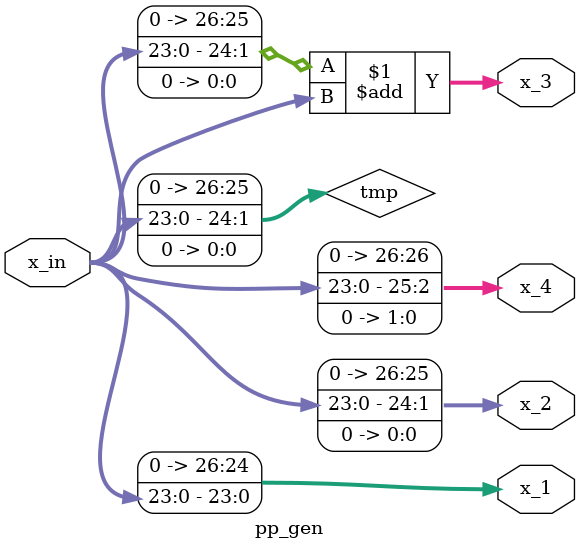
<source format=sv>
module pp_gen 
    (
        input logic  [23 : 0] x_in,
        output logic [26 : 0] x_1,
        output logic [26 : 0] x_2,
        output logic [26 : 0] x_3,
        output logic [26 : 0] x_4
    );

    logic [26 : 0] tmp;

    assign x_1 = {3'b000, x_in};
    assign x_2 = {2'b00, x_in, 1'b0};
    assign tmp = x_2;
    assign x_3 = {1'b0, tmp + x_in};
    assign x_4 = {1'b0, x_in, 2'b00};

endmodule


</source>
